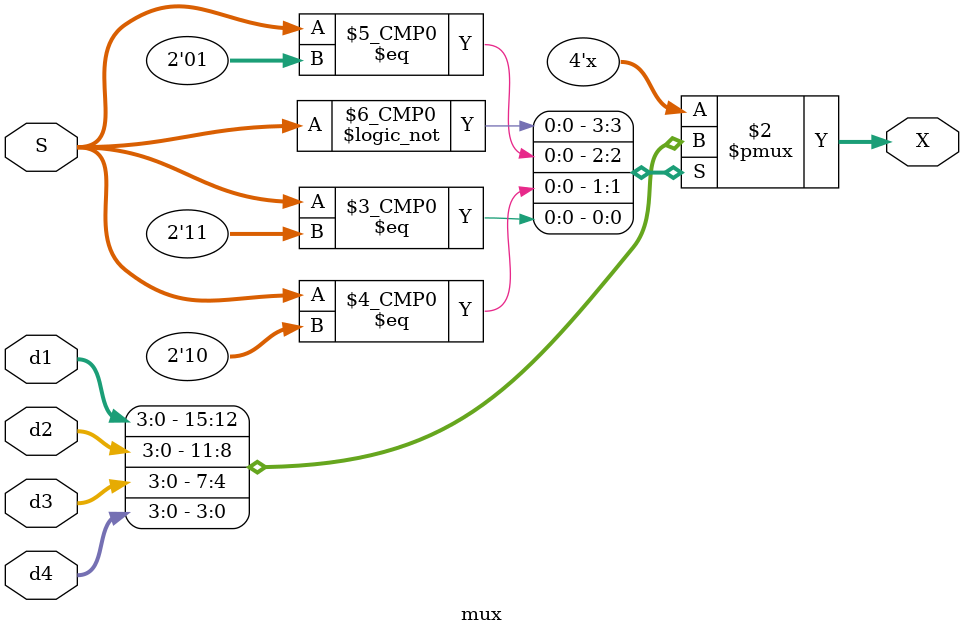
<source format=v>
`timescale 1ns / 1ps


module mux(
    input [3:0] d1,
    input [3:0] d2,
    input [3:0] d3,
    input [3:0] d4,
    input [1:0] S,
    output reg [3:0] X
    );
    
    always @ (d1 or d2 or d3 or d4 or S) begin
      case (S)
         0 : X <= d1;
         1 : X <= d2;
         2 : X <= d3;
         3 : X <= d4;
         default: X<= d1;
      endcase
   end
endmodule

</source>
